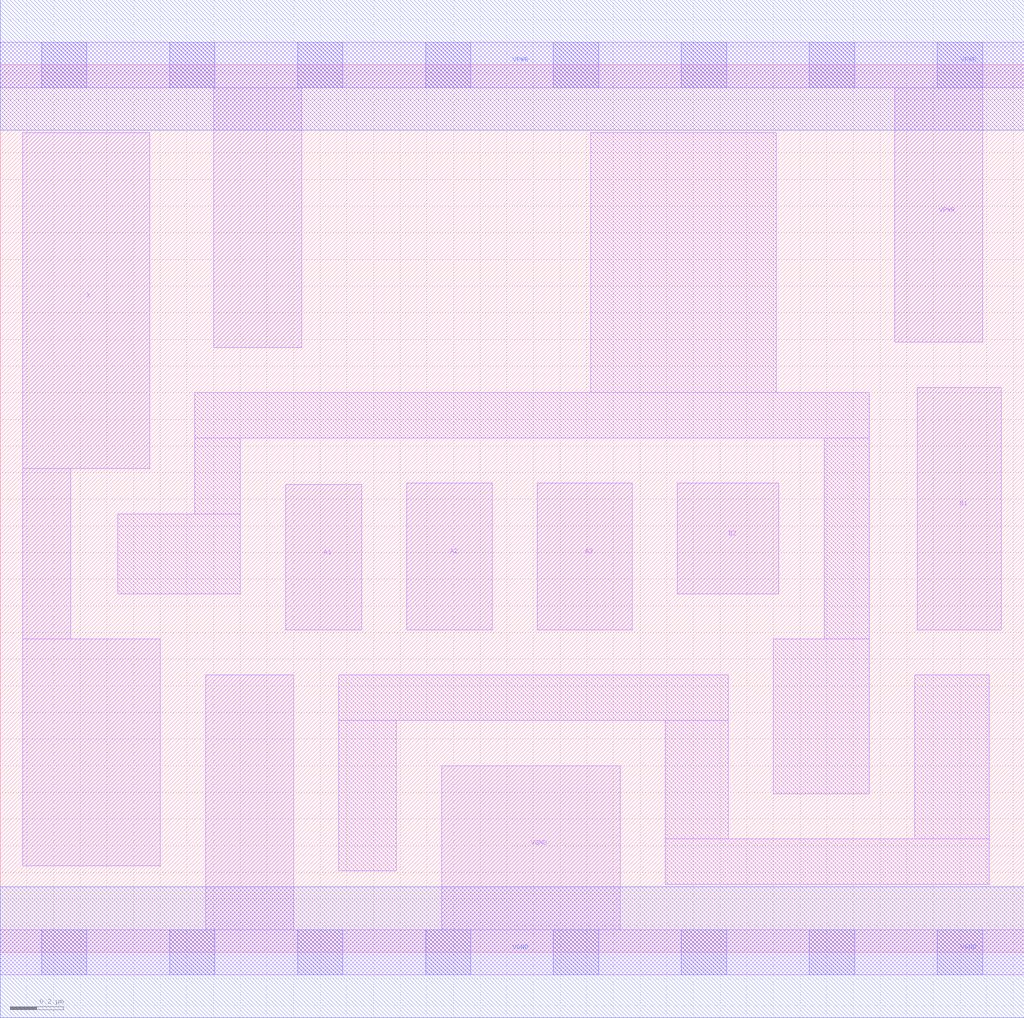
<source format=lef>
# Copyright 2020 The SkyWater PDK Authors
#
# Licensed under the Apache License, Version 2.0 (the "License");
# you may not use this file except in compliance with the License.
# You may obtain a copy of the License at
#
#     https://www.apache.org/licenses/LICENSE-2.0
#
# Unless required by applicable law or agreed to in writing, software
# distributed under the License is distributed on an "AS IS" BASIS,
# WITHOUT WARRANTIES OR CONDITIONS OF ANY KIND, either express or implied.
# See the License for the specific language governing permissions and
# limitations under the License.
#
# SPDX-License-Identifier: Apache-2.0

VERSION 5.7 ;
  NAMESCASESENSITIVE ON ;
  NOWIREEXTENSIONATPIN ON ;
  DIVIDERCHAR "/" ;
  BUSBITCHARS "[]" ;
UNITS
  DATABASE MICRONS 200 ;
END UNITS
MACRO sky130_fd_sc_lp__o32a_1
  CLASS CORE ;
  SOURCE USER ;
  FOREIGN sky130_fd_sc_lp__o32a_1 ;
  ORIGIN  0.000000  0.000000 ;
  SIZE  3.840000 BY  3.330000 ;
  SYMMETRY X Y R90 ;
  SITE unit ;
  PIN A1
    ANTENNAGATEAREA  0.315000 ;
    DIRECTION INPUT ;
    USE SIGNAL ;
    PORT
      LAYER li1 ;
        RECT 1.070000 1.210000 1.355000 1.755000 ;
    END
  END A1
  PIN A2
    ANTENNAGATEAREA  0.315000 ;
    DIRECTION INPUT ;
    USE SIGNAL ;
    PORT
      LAYER li1 ;
        RECT 1.525000 1.210000 1.845000 1.760000 ;
    END
  END A2
  PIN A3
    ANTENNAGATEAREA  0.315000 ;
    DIRECTION INPUT ;
    USE SIGNAL ;
    PORT
      LAYER li1 ;
        RECT 2.015000 1.210000 2.370000 1.760000 ;
    END
  END A3
  PIN B1
    ANTENNAGATEAREA  0.315000 ;
    DIRECTION INPUT ;
    USE SIGNAL ;
    PORT
      LAYER li1 ;
        RECT 3.440000 1.210000 3.755000 2.120000 ;
    END
  END B1
  PIN B2
    ANTENNAGATEAREA  0.315000 ;
    DIRECTION INPUT ;
    USE SIGNAL ;
    PORT
      LAYER li1 ;
        RECT 2.540000 1.345000 2.920000 1.760000 ;
    END
  END B2
  PIN X
    ANTENNADIFFAREA  0.598500 ;
    DIRECTION OUTPUT ;
    USE SIGNAL ;
    PORT
      LAYER li1 ;
        RECT 0.085000 0.325000 0.600000 1.175000 ;
        RECT 0.085000 1.175000 0.265000 1.815000 ;
        RECT 0.085000 1.815000 0.560000 3.075000 ;
    END
  END X
  PIN VGND
    DIRECTION INOUT ;
    USE GROUND ;
    PORT
      LAYER li1 ;
        RECT 0.000000 -0.085000 3.840000 0.085000 ;
        RECT 0.770000  0.085000 1.100000 1.040000 ;
        RECT 1.655000  0.085000 2.325000 0.700000 ;
      LAYER mcon ;
        RECT 0.155000 -0.085000 0.325000 0.085000 ;
        RECT 0.635000 -0.085000 0.805000 0.085000 ;
        RECT 1.115000 -0.085000 1.285000 0.085000 ;
        RECT 1.595000 -0.085000 1.765000 0.085000 ;
        RECT 2.075000 -0.085000 2.245000 0.085000 ;
        RECT 2.555000 -0.085000 2.725000 0.085000 ;
        RECT 3.035000 -0.085000 3.205000 0.085000 ;
        RECT 3.515000 -0.085000 3.685000 0.085000 ;
      LAYER met1 ;
        RECT 0.000000 -0.245000 3.840000 0.245000 ;
    END
  END VGND
  PIN VPWR
    DIRECTION INOUT ;
    USE POWER ;
    PORT
      LAYER li1 ;
        RECT 0.000000 3.245000 3.840000 3.415000 ;
        RECT 0.800000 2.270000 1.130000 3.245000 ;
        RECT 3.355000 2.290000 3.685000 3.245000 ;
      LAYER mcon ;
        RECT 0.155000 3.245000 0.325000 3.415000 ;
        RECT 0.635000 3.245000 0.805000 3.415000 ;
        RECT 1.115000 3.245000 1.285000 3.415000 ;
        RECT 1.595000 3.245000 1.765000 3.415000 ;
        RECT 2.075000 3.245000 2.245000 3.415000 ;
        RECT 2.555000 3.245000 2.725000 3.415000 ;
        RECT 3.035000 3.245000 3.205000 3.415000 ;
        RECT 3.515000 3.245000 3.685000 3.415000 ;
      LAYER met1 ;
        RECT 0.000000 3.085000 3.840000 3.575000 ;
    END
  END VPWR
  OBS
    LAYER li1 ;
      RECT 0.440000 1.345000 0.900000 1.645000 ;
      RECT 0.730000 1.645000 0.900000 1.930000 ;
      RECT 0.730000 1.930000 3.260000 2.100000 ;
      RECT 1.270000 0.305000 1.485000 0.870000 ;
      RECT 1.270000 0.870000 2.730000 1.040000 ;
      RECT 2.215000 2.100000 2.910000 3.075000 ;
      RECT 2.495000 0.255000 3.710000 0.425000 ;
      RECT 2.495000 0.425000 2.730000 0.870000 ;
      RECT 2.900000 0.595000 3.260000 1.175000 ;
      RECT 3.090000 1.175000 3.260000 1.930000 ;
      RECT 3.430000 0.425000 3.710000 1.040000 ;
  END
END sky130_fd_sc_lp__o32a_1

</source>
